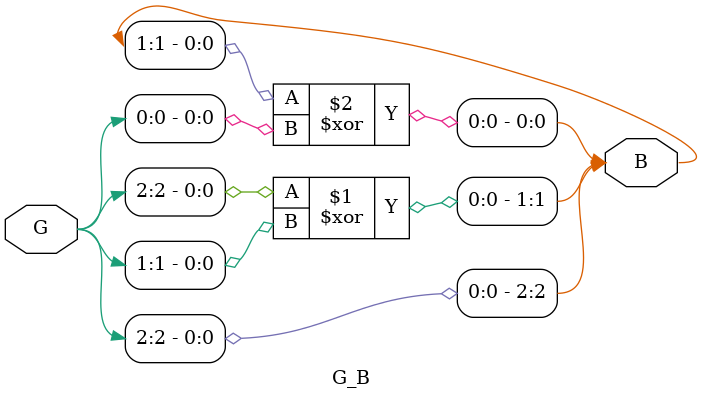
<source format=v>
module G_B(input [2:0]G,output[2:0]B);
  //data modelling
  buf(B[2],G[2]);
  xor x1(B[1],G[2],G[1]);
  xor x2 (B[0],B[1],G[0]);
endmodule
  
</source>
